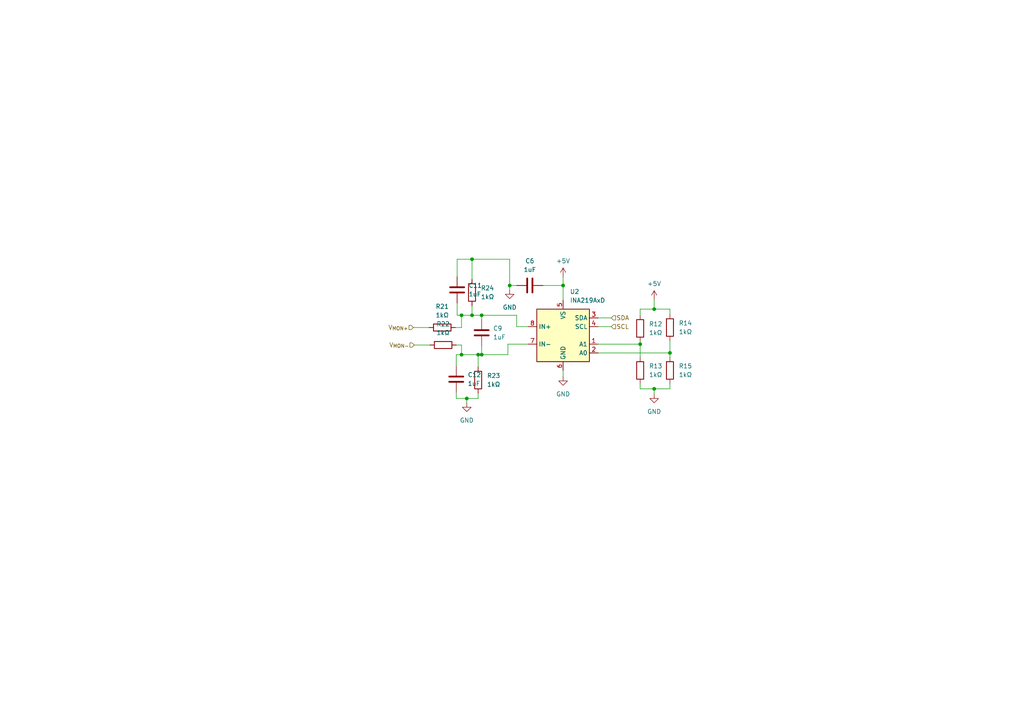
<source format=kicad_sch>
(kicad_sch (version 20230121) (generator eeschema)
  (paper "A4")
  (lib_symbols
    (symbol "Device:C" (pin_numbers hide) (pin_names (offset 0.254))
      (property "Reference" "C" (at 0.635 2.54 0))
      (property "Value" "C" (at 0.635 -2.54 0))
      (symbol "C_0_1"
        (polyline (pts (xy -2.032 -0.762) (xy 2.032 -0.762)) (stroke (width 0.508)))
        (polyline (pts (xy -2.032 0.762) (xy 2.032 0.762)) (stroke (width 0.508)))
      )
      (symbol "C_1_1"
        (pin passive line (at 0 3.81 270) (length 2.794) (name "~") (number "1"))
        (pin passive line (at 0 -3.81 90) (length 2.794) (name "~") (number "2"))
      )
    )
    (symbol "Device:R" (pin_numbers hide) (pin_names (offset 0))
      (property "Reference" "R" (at 2.032 0 90))
      (property "Value" "R" (at 0 0 90))
      (symbol "R_0_1"
        (rectangle (start -1.016 -2.54) (end 1.016 2.54) (stroke (width 0.254)))
      )
      (symbol "R_1_1"
        (pin passive line (at 0 3.81 270) (length 1.27) (name "~") (number "1"))
        (pin passive line (at 0 -3.81 90) (length 1.27) (name "~") (number "2"))
      )
    )
    (symbol "Sensor_Energy:INA219AxD"
      (property "Reference" "U" (at -6.35 8.89 0))
      (property "Value" "INA219AxD" (at 5.08 8.89 0))
      (symbol "INA219AxD_0_1"
        (rectangle (start -7.62 7.62) (end 7.62 -7.62) (stroke (width 0.254)) (fill (type background)))
      )
      (symbol "INA219AxD_1_1"
        (pin input line (at 10.16 -2.54 180) (length 2.54) (name "A1") (number "1"))
        (pin input line (at 10.16 -5.08 180) (length 2.54) (name "A0") (number "2"))
        (pin bidirectional line (at 10.16 5.08 180) (length 2.54) (name "SDA") (number "3"))
        (pin input line (at 10.16 2.54 180) (length 2.54) (name "SCL") (number "4"))
        (pin power_in line (at 0 10.16 270) (length 2.54) (name "VS") (number "5"))
        (pin power_in line (at 0 -10.16 90) (length 2.54) (name "GND") (number "6"))
        (pin input line (at -10.16 -2.54 0) (length 2.54) (name "IN-") (number "7"))
        (pin input line (at -10.16 2.54 0) (length 2.54) (name "IN+") (number "8"))
      )
    )
    (symbol "power:+5V" (power) (pin_names (offset 0))
      (property "Value" "+5V" (at 0 3.556 0))
      (symbol "+5V_0_1"
        (polyline (pts (xy -0.762 1.27) (xy 0 2.54)))
        (polyline (pts (xy 0 0) (xy 0 2.54)))
        (polyline (pts (xy 0 2.54) (xy 0.762 1.27)))
      )
      (symbol "+5V_1_1"
        (pin power_in line (at 0 0 90) (length 0) hide (name "+5V") (number "1"))
      )
    )
    (symbol "power:GND" (power) (pin_names (offset 0))
      (property "Value" "GND" (at 0 -3.81 0))
      (symbol "GND_0_1"
        (polyline (pts (xy 0 0) (xy 0 -1.27) (xy 1.27 -1.27) (xy 0 -2.54) (xy -1.27 -1.27) (xy 0 -1.27)))
      )
      (symbol "GND_1_1"
        (pin power_in line (at 0 0 270) (length 0) hide (name "GND") (number "1"))
      )
    )
  )
  (junction (at 139.7 91.44))
  (junction (at 133.858 91.44))
  (junction (at 139.7 102.87))
  (junction (at 147.828 82.804))
  (junction (at 136.906 75.184))
  (junction (at 133.858 102.87))
  (junction (at 189.738 112.776))
  (junction (at 138.684 102.87))
  (junction (at 135.382 115.57))
  (junction (at 189.738 89.662))
  (junction (at 194.31 102.362))
  (junction (at 163.322 82.804))
  (junction (at 136.906 91.44))
  (junction (at 185.674 99.822))
  (wire (pts (xy 185.674 111.252) (xy 185.674 112.776)))
  (wire (pts (xy 132.334 106.172) (xy 132.334 102.87)))
  (wire (pts (xy 139.7 91.44) (xy 149.86 91.44)))
  (wire (pts (xy 132.588 75.184) (xy 136.906 75.184)))
  (wire (pts (xy 147.32 102.87) (xy 139.7 102.87)))
  (wire (pts (xy 185.674 99.822) (xy 185.674 103.632)))
  (wire (pts (xy 132.588 91.44) (xy 132.588 87.884)))
  (wire (pts (xy 147.32 99.822) (xy 147.32 102.87)))
  (wire (pts (xy 136.906 88.646) (xy 136.906 91.44)))
  (wire (pts (xy 138.684 102.87) (xy 138.684 106.426)))
  (wire (pts (xy 185.674 99.06) (xy 185.674 99.822)))
  (wire (pts (xy 133.858 94.996) (xy 133.858 91.44)))
  (wire (pts (xy 189.738 89.662) (xy 194.31 89.662)))
  (wire (pts (xy 194.31 98.806) (xy 194.31 102.362)))
  (wire (pts (xy 133.858 91.44) (xy 132.588 91.44)))
  (wire (pts (xy 139.7 100.33) (xy 139.7 102.87)))
  (wire (pts (xy 138.684 115.57) (xy 138.684 114.046)))
  (wire (pts (xy 185.674 89.662) (xy 185.674 91.44)))
  (wire (pts (xy 173.482 94.742) (xy 177.292 94.742)))
  (wire (pts (xy 133.858 91.44) (xy 136.906 91.44)))
  (wire (pts (xy 157.48 82.804) (xy 163.322 82.804)))
  (wire (pts (xy 149.86 91.44) (xy 149.86 94.742)))
  (wire (pts (xy 136.906 91.44) (xy 139.7 91.44)))
  (wire (pts (xy 147.828 82.804) (xy 149.86 82.804)))
  (wire (pts (xy 173.482 99.822) (xy 185.674 99.822)))
  (wire (pts (xy 163.322 107.442) (xy 163.322 109.22)))
  (wire (pts (xy 132.588 80.264) (xy 132.588 75.184)))
  (wire (pts (xy 194.31 111.252) (xy 194.31 112.776)))
  (wire (pts (xy 136.906 75.184) (xy 147.828 75.184)))
  (wire (pts (xy 132.334 113.792) (xy 132.334 115.57)))
  (wire (pts (xy 139.7 91.44) (xy 139.7 92.71)))
  (wire (pts (xy 173.482 102.362) (xy 194.31 102.362)))
  (wire (pts (xy 120.142 100.076) (xy 124.714 100.076)))
  (wire (pts (xy 133.858 100.076) (xy 132.334 100.076)))
  (wire (pts (xy 132.08 94.996) (xy 133.858 94.996)))
  (wire (pts (xy 189.738 112.776) (xy 189.738 114.3)))
  (wire (pts (xy 147.828 84.074) (xy 147.828 82.804)))
  (wire (pts (xy 189.738 86.868) (xy 189.738 89.662)))
  (wire (pts (xy 163.322 82.804) (xy 163.322 87.122)))
  (wire (pts (xy 119.888 94.996) (xy 124.46 94.996)))
  (wire (pts (xy 139.7 102.87) (xy 138.684 102.87)))
  (wire (pts (xy 132.334 102.87) (xy 133.858 102.87)))
  (wire (pts (xy 138.684 102.87) (xy 133.858 102.87)))
  (wire (pts (xy 194.31 102.362) (xy 194.31 103.632)))
  (wire (pts (xy 135.382 115.57) (xy 135.382 116.84)))
  (wire (pts (xy 163.322 82.804) (xy 163.322 80.264)))
  (wire (pts (xy 194.31 112.776) (xy 189.738 112.776)))
  (wire (pts (xy 135.382 115.57) (xy 138.684 115.57)))
  (wire (pts (xy 189.738 89.662) (xy 185.674 89.662)))
  (wire (pts (xy 133.858 102.87) (xy 133.858 100.076)))
  (wire (pts (xy 173.482 92.202) (xy 177.292 92.202)))
  (wire (pts (xy 136.906 75.184) (xy 136.906 81.026)))
  (wire (pts (xy 149.86 94.742) (xy 153.162 94.742)))
  (wire (pts (xy 194.31 89.662) (xy 194.31 91.186)))
  (wire (pts (xy 147.828 75.184) (xy 147.828 82.804)))
  (wire (pts (xy 147.32 99.822) (xy 153.162 99.822)))
  (wire (pts (xy 185.674 112.776) (xy 189.738 112.776)))
  (wire (pts (xy 132.334 115.57) (xy 135.382 115.57)))
  (hierarchical_label "SDA" (shape input) (at 177.292 92.202 0))
  (hierarchical_label "SCL" (shape input) (at 177.292 94.742 0))
  (hierarchical_label "V_{MON+}" (shape input) (at 119.888 94.996 180))
  (hierarchical_label "V_{MON-}" (shape input) (at 120.142 100.076 180))
  (symbol (lib_id "Device:R") (at 128.524 100.076 90) (unit 1)
    (property "Reference" "R22" (at 128.524 93.98 90))
    (property "Value" "1kΩ" (at 128.524 96.52 90))
    (property "Footprint" "Resistor_SMD:R_0805_2012Metric_Pad1.20x1.40mm_HandSolder" (effects hide))
    (instances (project "LT3081LEDDummyDriver" (path "" (reference "R22") (unit 1)) (path "" (reference "R13") (unit 1))))
  )
  (symbol (lib_id "Device:R") (at 138.684 110.236 0) (unit 1)
    (property "Reference" "R23" (at 141.224 108.966 0) (effects (justify left)))
    (property "Value" "1kΩ" (at 141.224 111.506 0) (effects (justify left)))
    (property "Footprint" "Resistor_SMD:R_0805_2012Metric_Pad1.20x1.40mm_HandSolder" (effects hide))
    (instances (project "LT3081LEDDummyDriver" (path "" (reference "R23") (unit 1)) (path "" (reference "R15") (unit 1))))
  )
  (symbol (lib_id "Device:C") (at 139.7 96.52 0) (mirror y) (unit 1)
    (property "Reference" "C9" (at 143.002 95.25 0) (effects (justify right)))
    (property "Value" "1uF" (at 143.002 97.79 0) (effects (justify right)))
    (property "Footprint" "Capacitor_SMD:C_0805_2012Metric_Pad1.18x1.45mm_HandSolder" (effects hide))
    (instances (project "LT3081LEDDummyDriver" (path "" (reference "C9") (unit 1)) (path "" (reference "C11") (unit 1))))
  )
  (symbol (lib_id "Device:R") (at 128.27 94.996 90) (unit 1)
    (property "Reference" "R21" (at 128.27 88.9 90))
    (property "Value" "1kΩ" (at 128.27 91.44 90))
    (property "Footprint" "Resistor_SMD:R_0805_2012Metric_Pad1.20x1.40mm_HandSolder" (effects hide))
    (instances (project "LT3081LEDDummyDriver" (path "" (reference "R21") (unit 1)) (path "" (reference "R12") (unit 1))))
  )
  (symbol (lib_id "power:GND") (at 135.382 116.84 0) (unit 1)
    (property "Reference" "#PWR022" (effects hide))
    (property "Value" "GND" (at 135.382 121.92 0))
    (instances (project "LT3081LEDDummyDriver" (path "" (reference "#PWR022") (unit 1)) (path "" (reference "#PWR09") (unit 1))))
  )
  (symbol (lib_id "Device:C") (at 132.588 84.074 0) (mirror y) (unit 1)
    (property "Reference" "C11" (at 135.89 82.804 0) (effects (justify right)))
    (property "Value" "1uF" (at 135.89 85.344 0) (effects (justify right)))
    (property "Footprint" "Capacitor_SMD:C_0805_2012Metric_Pad1.18x1.45mm_HandSolder" (effects hide))
    (instances (project "LT3081LEDDummyDriver" (path "" (reference "C11") (unit 1)) (path "" (reference "C9") (unit 1))))
  )
  (symbol (lib_id "Device:R") (at 185.674 107.442 0) (unit 1)
    (property "Reference" "R13" (at 188.214 106.172 0) (effects (justify left)))
    (property "Value" "1kΩ" (at 188.214 108.712 0) (effects (justify left)))
    (property "Footprint" "Resistor_SMD:R_0805_2012Metric_Pad1.20x1.40mm_HandSolder" (effects hide))
    (instances (project "LT3081LEDDummyDriver" (path "" (reference "R13") (unit 1)) (path "" (reference "R22") (unit 1))))
  )
  (symbol (lib_id "Sensor_Energy:INA219AxD") (at 163.322 97.282 0) (unit 1)
    (property "Reference" "U2" (at 165.2779 84.582 0) (effects (justify left)))
    (property "Value" "INA219AxD" (at 165.2779 87.122 0) (effects (justify left)))
    (property "Footprint" "Package_SO:SOIC-8_3.9x4.9mm_P1.27mm" (effects hide))
    (property "Datasheet" "http://www.ti.com/lit/ds/symlink/ina219.pdf" (effects hide))
  )
  (symbol (lib_id "power:+5V") (at 163.322 80.264 0) (unit 1)
    (property "Reference" "#PWR010" (effects hide))
    (property "Value" "+5V" (at 163.322 75.692 0))
    (instances (project "LT3081LEDDummyDriver" (path "" (reference "#PWR010") (unit 1)) (path "" (reference "#PWR012") (unit 1))))
  )
  (symbol (lib_id "Device:R") (at 185.674 95.25 0) (unit 1)
    (property "Reference" "R12" (at 188.214 93.98 0) (effects (justify left)))
    (property "Value" "1kΩ" (at 188.214 96.52 0) (effects (justify left)))
    (property "Footprint" "Resistor_SMD:R_0805_2012Metric_Pad1.20x1.40mm_HandSolder" (effects hide))
    (instances (project "LT3081LEDDummyDriver" (path "" (reference "R12") (unit 1)) (path "" (reference "R21") (unit 1))))
  )
  (symbol (lib_id "power:+5V") (at 189.738 86.868 0) (unit 1)
    (property "Reference" "#PWR014" (effects hide))
    (property "Value" "+5V" (at 189.738 82.296 0))
  )
  (symbol (lib_id "Device:R") (at 194.31 107.442 0) (unit 1)
    (property "Reference" "R15" (at 196.85 106.172 0) (effects (justify left)))
    (property "Value" "1kΩ" (at 196.85 108.712 0) (effects (justify left)))
    (property "Footprint" "Resistor_SMD:R_0805_2012Metric_Pad1.20x1.40mm_HandSolder" (effects hide))
    (instances (project "LT3081LEDDummyDriver" (path "" (reference "R15") (unit 1)) (path "" (reference "R24") (unit 1))))
  )
  (symbol (lib_id "Device:R") (at 136.906 84.836 0) (unit 1)
    (property "Reference" "R24" (at 139.446 83.566 0) (effects (justify left)))
    (property "Value" "1kΩ" (at 139.446 86.106 0) (effects (justify left)))
    (property "Footprint" "Resistor_SMD:R_0805_2012Metric_Pad1.20x1.40mm_HandSolder" (effects hide))
    (instances (project "LT3081LEDDummyDriver" (path "" (reference "R24") (unit 1)) (path "" (reference "R14") (unit 1))))
  )
  (symbol (lib_id "power:GND") (at 147.828 84.074 0) (unit 1)
    (property "Reference" "#PWR012" (effects hide))
    (property "Value" "GND" (at 147.828 89.154 0))
    (instances (project "LT3081LEDDummyDriver" (path "" (reference "#PWR012") (unit 1)) (path "" (reference "#PWR010") (unit 1))))
  )
  (symbol (lib_id "Device:C") (at 153.67 82.804 270) (mirror x) (unit 1)
    (property "Reference" "C6" (at 153.67 75.692 90))
    (property "Value" "1uF" (at 153.67 78.232 90))
    (property "Footprint" "Capacitor_SMD:C_0805_2012Metric_Pad1.18x1.45mm_HandSolder" (effects hide))
    (instances (project "LT3081LEDDummyDriver" (path "" (reference "C6") (unit 1)) (path "" (reference "C12") (unit 1))))
  )
  (symbol (lib_id "power:GND") (at 189.738 114.3 0) (unit 1)
    (property "Reference" "#PWR013" (effects hide))
    (property "Value" "GND" (at 189.738 119.38 0))
    (instances (project "LT3081LEDDummyDriver" (path "" (reference "#PWR013") (unit 1)) (path "" (reference "#PWR022") (unit 1))))
  )
  (symbol (lib_id "Device:R") (at 194.31 94.996 0) (unit 1)
    (property "Reference" "R14" (at 196.85 93.726 0) (effects (justify left)))
    (property "Value" "1kΩ" (at 196.85 96.266 0) (effects (justify left)))
    (property "Footprint" "Resistor_SMD:R_0805_2012Metric_Pad1.20x1.40mm_HandSolder" (effects hide))
    (instances (project "LT3081LEDDummyDriver" (path "" (reference "R14") (unit 1)) (path "" (reference "R23") (unit 1))))
  )
  (symbol (lib_id "Device:C") (at 132.334 109.982 0) (mirror y) (unit 1)
    (property "Reference" "C12" (at 135.636 108.712 0) (effects (justify right)))
    (property "Value" "1uF" (at 135.636 111.252 0) (effects (justify right)))
    (property "Footprint" "Capacitor_SMD:C_0805_2012Metric_Pad1.18x1.45mm_HandSolder" (effects hide))
    (instances (project "LT3081LEDDummyDriver" (path "" (reference "C12") (unit 1)) (path "" (reference "C6") (unit 1))))
  )
  (symbol (lib_id "power:GND") (at 163.322 109.22 0) (unit 1)
    (property "Reference" "#PWR09" (effects hide))
    (property "Value" "GND" (at 163.322 114.3 0))
    (instances (project "LT3081LEDDummyDriver" (path "" (reference "#PWR09") (unit 1)) (path "" (reference "#PWR013") (unit 1))))
  )
)
</source>
